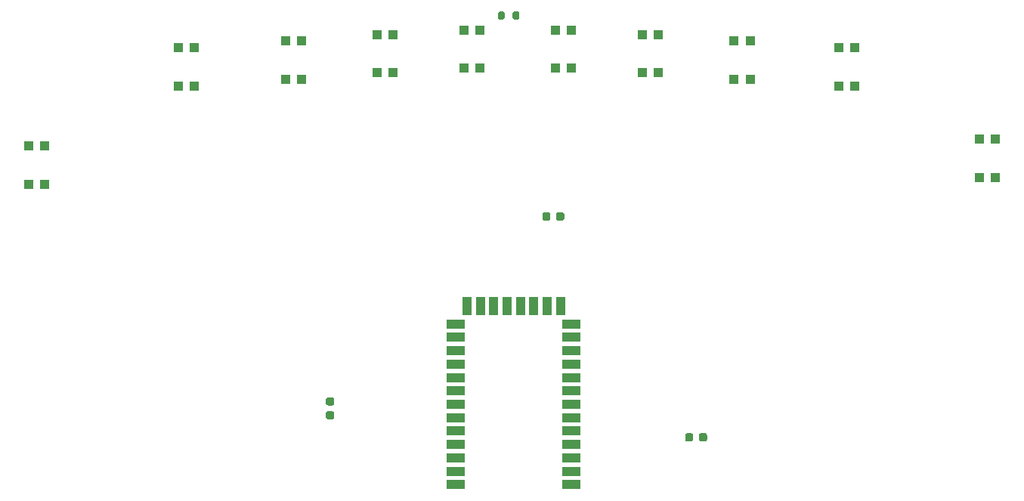
<source format=gbr>
%TF.GenerationSoftware,KiCad,Pcbnew,(5.1.7)-1*%
%TF.CreationDate,2021-05-04T00:49:10+02:00*%
%TF.ProjectId,Kaszmir,4b61737a-6d69-4722-9e6b-696361645f70,rev?*%
%TF.SameCoordinates,Original*%
%TF.FileFunction,Paste,Bot*%
%TF.FilePolarity,Positive*%
%FSLAX46Y46*%
G04 Gerber Fmt 4.6, Leading zero omitted, Abs format (unit mm)*
G04 Created by KiCad (PCBNEW (5.1.7)-1) date 2021-05-04 00:49:10*
%MOMM*%
%LPD*%
G01*
G04 APERTURE LIST*
%ADD10R,1.000000X1.000000*%
%ADD11R,1.000000X2.000000*%
%ADD12R,2.000000X1.000000*%
G04 APERTURE END LIST*
%TO.C,R3*%
G36*
G01*
X93775000Y-111275000D02*
X93775000Y-110725000D01*
G75*
G02*
X93975000Y-110525000I200000J0D01*
G01*
X94375000Y-110525000D01*
G75*
G02*
X94575000Y-110725000I0J-200000D01*
G01*
X94575000Y-111275000D01*
G75*
G02*
X94375000Y-111475000I-200000J0D01*
G01*
X93975000Y-111475000D01*
G75*
G02*
X93775000Y-111275000I0J200000D01*
G01*
G37*
G36*
G01*
X95425000Y-111275000D02*
X95425000Y-110725000D01*
G75*
G02*
X95625000Y-110525000I200000J0D01*
G01*
X96025000Y-110525000D01*
G75*
G02*
X96225000Y-110725000I0J-200000D01*
G01*
X96225000Y-111275000D01*
G75*
G02*
X96025000Y-111475000I-200000J0D01*
G01*
X95625000Y-111475000D01*
G75*
G02*
X95425000Y-111275000I0J200000D01*
G01*
G37*
%TD*%
D10*
%TO.C,U1*%
X149550000Y-124850000D03*
X147750000Y-124850000D03*
X147750000Y-129150000D03*
X149550000Y-129150000D03*
%TD*%
%TO.C,U2*%
X133800000Y-114600000D03*
X132000000Y-114600000D03*
X132000000Y-118900000D03*
X133800000Y-118900000D03*
%TD*%
%TO.C,U9*%
X59800000Y-114600000D03*
X58000000Y-114600000D03*
X58000000Y-118900000D03*
X59800000Y-118900000D03*
%TD*%
%TO.C,U3*%
X122050000Y-113850000D03*
X120250000Y-113850000D03*
X120250000Y-118150000D03*
X122050000Y-118150000D03*
%TD*%
%TO.C,U8*%
X71800000Y-113850000D03*
X70000000Y-113850000D03*
X70000000Y-118150000D03*
X71800000Y-118150000D03*
%TD*%
%TO.C,U4*%
X111800000Y-113100000D03*
X110000000Y-113100000D03*
X110000000Y-117400000D03*
X111800000Y-117400000D03*
%TD*%
%TO.C,U10*%
X43050000Y-125600000D03*
X41250000Y-125600000D03*
X41250000Y-129900000D03*
X43050000Y-129900000D03*
%TD*%
%TO.C,U6*%
X91800000Y-112600000D03*
X90000000Y-112600000D03*
X90000000Y-116900000D03*
X91800000Y-116900000D03*
%TD*%
%TO.C,U7*%
X82050000Y-113100000D03*
X80250000Y-113100000D03*
X80250000Y-117400000D03*
X82050000Y-117400000D03*
%TD*%
%TO.C,U5*%
X102050000Y-112600000D03*
X100250000Y-112600000D03*
X100250000Y-116900000D03*
X102050000Y-116900000D03*
%TD*%
%TO.C,C10*%
G36*
G01*
X99675000Y-133250000D02*
X99675000Y-133750000D01*
G75*
G02*
X99450000Y-133975000I-225000J0D01*
G01*
X99000000Y-133975000D01*
G75*
G02*
X98775000Y-133750000I0J225000D01*
G01*
X98775000Y-133250000D01*
G75*
G02*
X99000000Y-133025000I225000J0D01*
G01*
X99450000Y-133025000D01*
G75*
G02*
X99675000Y-133250000I0J-225000D01*
G01*
G37*
G36*
G01*
X101225000Y-133250000D02*
X101225000Y-133750000D01*
G75*
G02*
X101000000Y-133975000I-225000J0D01*
G01*
X100550000Y-133975000D01*
G75*
G02*
X100325000Y-133750000I0J225000D01*
G01*
X100325000Y-133250000D01*
G75*
G02*
X100550000Y-133025000I225000J0D01*
G01*
X101000000Y-133025000D01*
G75*
G02*
X101225000Y-133250000I0J-225000D01*
G01*
G37*
%TD*%
D11*
%TO.C,R12*%
X100830000Y-143540000D03*
X99330000Y-143540000D03*
X97830000Y-143540000D03*
X96330000Y-143540000D03*
X94830000Y-143540000D03*
X93330000Y-143540000D03*
X91830000Y-143540000D03*
X90330000Y-143540000D03*
D12*
X102030000Y-163540000D03*
X89030000Y-163540000D03*
X102030000Y-162040000D03*
X89030000Y-162040000D03*
X102030000Y-160540000D03*
X89030000Y-160540000D03*
X102030000Y-159040000D03*
X89030000Y-159040000D03*
X102030000Y-157540000D03*
X89030000Y-157540000D03*
X102030000Y-156040000D03*
X89030000Y-156040000D03*
X102030000Y-154540000D03*
X89030000Y-154540000D03*
X102030000Y-153040000D03*
X89030000Y-153040000D03*
X102030000Y-151540000D03*
X89030000Y-151540000D03*
X102030000Y-150040000D03*
X89030000Y-150040000D03*
X102030000Y-148540000D03*
X89030000Y-148540000D03*
X102030000Y-147040000D03*
X89030000Y-147040000D03*
X102030000Y-145540000D03*
X89030000Y-145540000D03*
%TD*%
%TO.C,C6*%
G36*
G01*
X115675000Y-158000000D02*
X115675000Y-158500000D01*
G75*
G02*
X115450000Y-158725000I-225000J0D01*
G01*
X115000000Y-158725000D01*
G75*
G02*
X114775000Y-158500000I0J225000D01*
G01*
X114775000Y-158000000D01*
G75*
G02*
X115000000Y-157775000I225000J0D01*
G01*
X115450000Y-157775000D01*
G75*
G02*
X115675000Y-158000000I0J-225000D01*
G01*
G37*
G36*
G01*
X117225000Y-158000000D02*
X117225000Y-158500000D01*
G75*
G02*
X117000000Y-158725000I-225000J0D01*
G01*
X116550000Y-158725000D01*
G75*
G02*
X116325000Y-158500000I0J225000D01*
G01*
X116325000Y-158000000D01*
G75*
G02*
X116550000Y-157775000I225000J0D01*
G01*
X117000000Y-157775000D01*
G75*
G02*
X117225000Y-158000000I0J-225000D01*
G01*
G37*
%TD*%
%TO.C,C3*%
G36*
G01*
X75250000Y-154675000D02*
X74750000Y-154675000D01*
G75*
G02*
X74525000Y-154450000I0J225000D01*
G01*
X74525000Y-154000000D01*
G75*
G02*
X74750000Y-153775000I225000J0D01*
G01*
X75250000Y-153775000D01*
G75*
G02*
X75475000Y-154000000I0J-225000D01*
G01*
X75475000Y-154450000D01*
G75*
G02*
X75250000Y-154675000I-225000J0D01*
G01*
G37*
G36*
G01*
X75250000Y-156225000D02*
X74750000Y-156225000D01*
G75*
G02*
X74525000Y-156000000I0J225000D01*
G01*
X74525000Y-155550000D01*
G75*
G02*
X74750000Y-155325000I225000J0D01*
G01*
X75250000Y-155325000D01*
G75*
G02*
X75475000Y-155550000I0J-225000D01*
G01*
X75475000Y-156000000D01*
G75*
G02*
X75250000Y-156225000I-225000J0D01*
G01*
G37*
%TD*%
M02*

</source>
